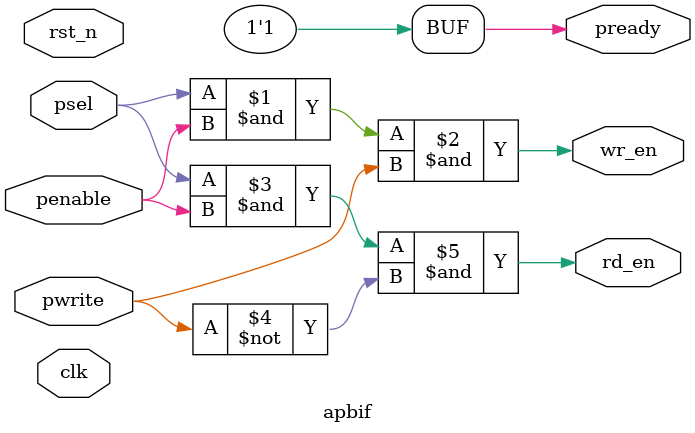
<source format=v>
module apbif
(
    input  wire  clk     ,
    input  wire  rst_n   ,
    input  wire  psel    ,
    input  wire  pwrite  ,
    input  wire  penable ,
    output wire  pready  ,
    output wire  wr_en   ,
    output wire  rd_en   
);


    assign wr_en = psel & penable & pwrite;
    assign rd_en = psel & penable & ~pwrite;
    assign pready = 1'b1;


endmodule

</source>
